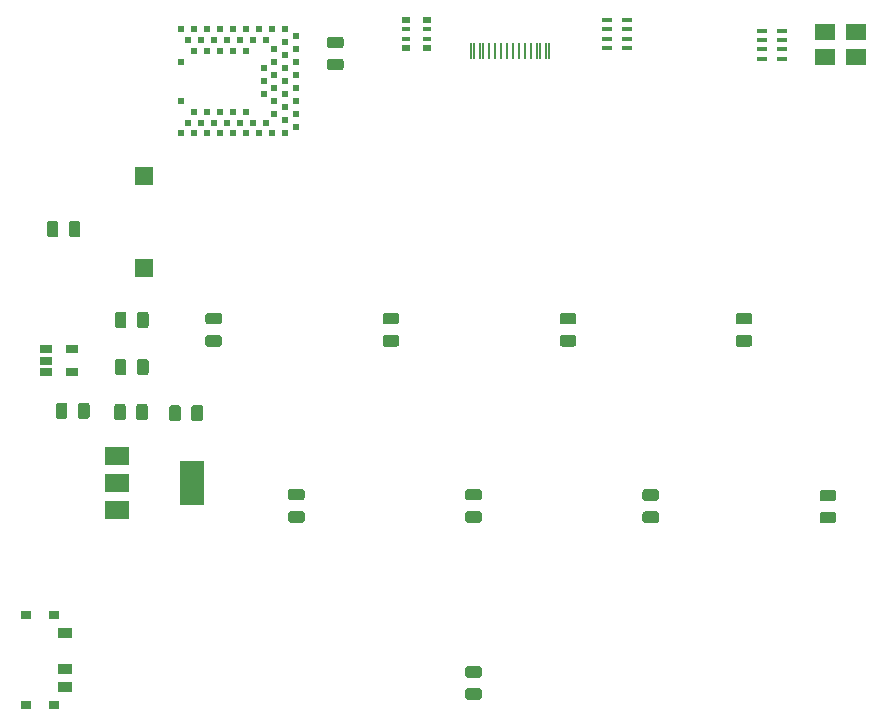
<source format=gbr>
G04 #@! TF.GenerationSoftware,KiCad,Pcbnew,5.1.5*
G04 #@! TF.CreationDate,2020-06-22T22:24:32-05:00*
G04 #@! TF.ProjectId,TwitterKeyboard,54776974-7465-4724-9b65-79626f617264,rev?*
G04 #@! TF.SameCoordinates,Original*
G04 #@! TF.FileFunction,Paste,Top*
G04 #@! TF.FilePolarity,Positive*
%FSLAX46Y46*%
G04 Gerber Fmt 4.6, Leading zero omitted, Abs format (unit mm)*
G04 Created by KiCad (PCBNEW 5.1.5) date 2020-06-22 22:24:32*
%MOMM*%
%LPD*%
G04 APERTURE LIST*
%ADD10C,0.100000*%
%ADD11R,1.800000X1.400000*%
%ADD12R,0.250000X1.400000*%
%ADD13R,1.250000X0.900000*%
%ADD14R,0.900000X0.800000*%
%ADD15R,0.900000X0.400000*%
%ADD16R,0.800000X0.500000*%
%ADD17R,0.800000X0.400000*%
%ADD18R,1.500000X1.500000*%
%ADD19R,0.500000X0.500000*%
%ADD20R,1.060000X0.650000*%
%ADD21R,2.000000X3.800000*%
%ADD22R,2.000000X1.500000*%
G04 APERTURE END LIST*
D10*
G36*
X114480142Y-47013674D02*
G01*
X114503803Y-47017184D01*
X114527007Y-47022996D01*
X114549529Y-47031054D01*
X114571153Y-47041282D01*
X114591670Y-47053579D01*
X114610883Y-47067829D01*
X114628607Y-47083893D01*
X114644671Y-47101617D01*
X114658921Y-47120830D01*
X114671218Y-47141347D01*
X114681446Y-47162971D01*
X114689504Y-47185493D01*
X114695316Y-47208697D01*
X114698826Y-47232358D01*
X114700000Y-47256250D01*
X114700000Y-47743750D01*
X114698826Y-47767642D01*
X114695316Y-47791303D01*
X114689504Y-47814507D01*
X114681446Y-47837029D01*
X114671218Y-47858653D01*
X114658921Y-47879170D01*
X114644671Y-47898383D01*
X114628607Y-47916107D01*
X114610883Y-47932171D01*
X114591670Y-47946421D01*
X114571153Y-47958718D01*
X114549529Y-47968946D01*
X114527007Y-47977004D01*
X114503803Y-47982816D01*
X114480142Y-47986326D01*
X114456250Y-47987500D01*
X113543750Y-47987500D01*
X113519858Y-47986326D01*
X113496197Y-47982816D01*
X113472993Y-47977004D01*
X113450471Y-47968946D01*
X113428847Y-47958718D01*
X113408330Y-47946421D01*
X113389117Y-47932171D01*
X113371393Y-47916107D01*
X113355329Y-47898383D01*
X113341079Y-47879170D01*
X113328782Y-47858653D01*
X113318554Y-47837029D01*
X113310496Y-47814507D01*
X113304684Y-47791303D01*
X113301174Y-47767642D01*
X113300000Y-47743750D01*
X113300000Y-47256250D01*
X113301174Y-47232358D01*
X113304684Y-47208697D01*
X113310496Y-47185493D01*
X113318554Y-47162971D01*
X113328782Y-47141347D01*
X113341079Y-47120830D01*
X113355329Y-47101617D01*
X113371393Y-47083893D01*
X113389117Y-47067829D01*
X113408330Y-47053579D01*
X113428847Y-47041282D01*
X113450471Y-47031054D01*
X113472993Y-47022996D01*
X113496197Y-47017184D01*
X113519858Y-47013674D01*
X113543750Y-47012500D01*
X114456250Y-47012500D01*
X114480142Y-47013674D01*
G37*
G36*
X114480142Y-48888674D02*
G01*
X114503803Y-48892184D01*
X114527007Y-48897996D01*
X114549529Y-48906054D01*
X114571153Y-48916282D01*
X114591670Y-48928579D01*
X114610883Y-48942829D01*
X114628607Y-48958893D01*
X114644671Y-48976617D01*
X114658921Y-48995830D01*
X114671218Y-49016347D01*
X114681446Y-49037971D01*
X114689504Y-49060493D01*
X114695316Y-49083697D01*
X114698826Y-49107358D01*
X114700000Y-49131250D01*
X114700000Y-49618750D01*
X114698826Y-49642642D01*
X114695316Y-49666303D01*
X114689504Y-49689507D01*
X114681446Y-49712029D01*
X114671218Y-49733653D01*
X114658921Y-49754170D01*
X114644671Y-49773383D01*
X114628607Y-49791107D01*
X114610883Y-49807171D01*
X114591670Y-49821421D01*
X114571153Y-49833718D01*
X114549529Y-49843946D01*
X114527007Y-49852004D01*
X114503803Y-49857816D01*
X114480142Y-49861326D01*
X114456250Y-49862500D01*
X113543750Y-49862500D01*
X113519858Y-49861326D01*
X113496197Y-49857816D01*
X113472993Y-49852004D01*
X113450471Y-49843946D01*
X113428847Y-49833718D01*
X113408330Y-49821421D01*
X113389117Y-49807171D01*
X113371393Y-49791107D01*
X113355329Y-49773383D01*
X113341079Y-49754170D01*
X113328782Y-49733653D01*
X113318554Y-49712029D01*
X113310496Y-49689507D01*
X113304684Y-49666303D01*
X113301174Y-49642642D01*
X113300000Y-49618750D01*
X113300000Y-49131250D01*
X113301174Y-49107358D01*
X113304684Y-49083697D01*
X113310496Y-49060493D01*
X113318554Y-49037971D01*
X113328782Y-49016347D01*
X113341079Y-48995830D01*
X113355329Y-48976617D01*
X113371393Y-48958893D01*
X113389117Y-48942829D01*
X113408330Y-48928579D01*
X113428847Y-48916282D01*
X113450471Y-48906054D01*
X113472993Y-48897996D01*
X113496197Y-48892184D01*
X113519858Y-48888674D01*
X113543750Y-48887500D01*
X114456250Y-48887500D01*
X114480142Y-48888674D01*
G37*
G36*
X100692642Y-78201174D02*
G01*
X100716303Y-78204684D01*
X100739507Y-78210496D01*
X100762029Y-78218554D01*
X100783653Y-78228782D01*
X100804170Y-78241079D01*
X100823383Y-78255329D01*
X100841107Y-78271393D01*
X100857171Y-78289117D01*
X100871421Y-78308330D01*
X100883718Y-78328847D01*
X100893946Y-78350471D01*
X100902004Y-78372993D01*
X100907816Y-78396197D01*
X100911326Y-78419858D01*
X100912500Y-78443750D01*
X100912500Y-79356250D01*
X100911326Y-79380142D01*
X100907816Y-79403803D01*
X100902004Y-79427007D01*
X100893946Y-79449529D01*
X100883718Y-79471153D01*
X100871421Y-79491670D01*
X100857171Y-79510883D01*
X100841107Y-79528607D01*
X100823383Y-79544671D01*
X100804170Y-79558921D01*
X100783653Y-79571218D01*
X100762029Y-79581446D01*
X100739507Y-79589504D01*
X100716303Y-79595316D01*
X100692642Y-79598826D01*
X100668750Y-79600000D01*
X100181250Y-79600000D01*
X100157358Y-79598826D01*
X100133697Y-79595316D01*
X100110493Y-79589504D01*
X100087971Y-79581446D01*
X100066347Y-79571218D01*
X100045830Y-79558921D01*
X100026617Y-79544671D01*
X100008893Y-79528607D01*
X99992829Y-79510883D01*
X99978579Y-79491670D01*
X99966282Y-79471153D01*
X99956054Y-79449529D01*
X99947996Y-79427007D01*
X99942184Y-79403803D01*
X99938674Y-79380142D01*
X99937500Y-79356250D01*
X99937500Y-78443750D01*
X99938674Y-78419858D01*
X99942184Y-78396197D01*
X99947996Y-78372993D01*
X99956054Y-78350471D01*
X99966282Y-78328847D01*
X99978579Y-78308330D01*
X99992829Y-78289117D01*
X100008893Y-78271393D01*
X100026617Y-78255329D01*
X100045830Y-78241079D01*
X100066347Y-78228782D01*
X100087971Y-78218554D01*
X100110493Y-78210496D01*
X100133697Y-78204684D01*
X100157358Y-78201174D01*
X100181250Y-78200000D01*
X100668750Y-78200000D01*
X100692642Y-78201174D01*
G37*
G36*
X102567642Y-78201174D02*
G01*
X102591303Y-78204684D01*
X102614507Y-78210496D01*
X102637029Y-78218554D01*
X102658653Y-78228782D01*
X102679170Y-78241079D01*
X102698383Y-78255329D01*
X102716107Y-78271393D01*
X102732171Y-78289117D01*
X102746421Y-78308330D01*
X102758718Y-78328847D01*
X102768946Y-78350471D01*
X102777004Y-78372993D01*
X102782816Y-78396197D01*
X102786326Y-78419858D01*
X102787500Y-78443750D01*
X102787500Y-79356250D01*
X102786326Y-79380142D01*
X102782816Y-79403803D01*
X102777004Y-79427007D01*
X102768946Y-79449529D01*
X102758718Y-79471153D01*
X102746421Y-79491670D01*
X102732171Y-79510883D01*
X102716107Y-79528607D01*
X102698383Y-79544671D01*
X102679170Y-79558921D01*
X102658653Y-79571218D01*
X102637029Y-79581446D01*
X102614507Y-79589504D01*
X102591303Y-79595316D01*
X102567642Y-79598826D01*
X102543750Y-79600000D01*
X102056250Y-79600000D01*
X102032358Y-79598826D01*
X102008697Y-79595316D01*
X101985493Y-79589504D01*
X101962971Y-79581446D01*
X101941347Y-79571218D01*
X101920830Y-79558921D01*
X101901617Y-79544671D01*
X101883893Y-79528607D01*
X101867829Y-79510883D01*
X101853579Y-79491670D01*
X101841282Y-79471153D01*
X101831054Y-79449529D01*
X101822996Y-79427007D01*
X101817184Y-79403803D01*
X101813674Y-79380142D01*
X101812500Y-79356250D01*
X101812500Y-78443750D01*
X101813674Y-78419858D01*
X101817184Y-78396197D01*
X101822996Y-78372993D01*
X101831054Y-78350471D01*
X101841282Y-78328847D01*
X101853579Y-78308330D01*
X101867829Y-78289117D01*
X101883893Y-78271393D01*
X101901617Y-78255329D01*
X101920830Y-78241079D01*
X101941347Y-78228782D01*
X101962971Y-78218554D01*
X101985493Y-78210496D01*
X102008697Y-78204684D01*
X102032358Y-78201174D01*
X102056250Y-78200000D01*
X102543750Y-78200000D01*
X102567642Y-78201174D01*
G37*
G36*
X96030142Y-78101174D02*
G01*
X96053803Y-78104684D01*
X96077007Y-78110496D01*
X96099529Y-78118554D01*
X96121153Y-78128782D01*
X96141670Y-78141079D01*
X96160883Y-78155329D01*
X96178607Y-78171393D01*
X96194671Y-78189117D01*
X96208921Y-78208330D01*
X96221218Y-78228847D01*
X96231446Y-78250471D01*
X96239504Y-78272993D01*
X96245316Y-78296197D01*
X96248826Y-78319858D01*
X96250000Y-78343750D01*
X96250000Y-79256250D01*
X96248826Y-79280142D01*
X96245316Y-79303803D01*
X96239504Y-79327007D01*
X96231446Y-79349529D01*
X96221218Y-79371153D01*
X96208921Y-79391670D01*
X96194671Y-79410883D01*
X96178607Y-79428607D01*
X96160883Y-79444671D01*
X96141670Y-79458921D01*
X96121153Y-79471218D01*
X96099529Y-79481446D01*
X96077007Y-79489504D01*
X96053803Y-79495316D01*
X96030142Y-79498826D01*
X96006250Y-79500000D01*
X95518750Y-79500000D01*
X95494858Y-79498826D01*
X95471197Y-79495316D01*
X95447993Y-79489504D01*
X95425471Y-79481446D01*
X95403847Y-79471218D01*
X95383330Y-79458921D01*
X95364117Y-79444671D01*
X95346393Y-79428607D01*
X95330329Y-79410883D01*
X95316079Y-79391670D01*
X95303782Y-79371153D01*
X95293554Y-79349529D01*
X95285496Y-79327007D01*
X95279684Y-79303803D01*
X95276174Y-79280142D01*
X95275000Y-79256250D01*
X95275000Y-78343750D01*
X95276174Y-78319858D01*
X95279684Y-78296197D01*
X95285496Y-78272993D01*
X95293554Y-78250471D01*
X95303782Y-78228847D01*
X95316079Y-78208330D01*
X95330329Y-78189117D01*
X95346393Y-78171393D01*
X95364117Y-78155329D01*
X95383330Y-78141079D01*
X95403847Y-78128782D01*
X95425471Y-78118554D01*
X95447993Y-78110496D01*
X95471197Y-78104684D01*
X95494858Y-78101174D01*
X95518750Y-78100000D01*
X96006250Y-78100000D01*
X96030142Y-78101174D01*
G37*
G36*
X97905142Y-78101174D02*
G01*
X97928803Y-78104684D01*
X97952007Y-78110496D01*
X97974529Y-78118554D01*
X97996153Y-78128782D01*
X98016670Y-78141079D01*
X98035883Y-78155329D01*
X98053607Y-78171393D01*
X98069671Y-78189117D01*
X98083921Y-78208330D01*
X98096218Y-78228847D01*
X98106446Y-78250471D01*
X98114504Y-78272993D01*
X98120316Y-78296197D01*
X98123826Y-78319858D01*
X98125000Y-78343750D01*
X98125000Y-79256250D01*
X98123826Y-79280142D01*
X98120316Y-79303803D01*
X98114504Y-79327007D01*
X98106446Y-79349529D01*
X98096218Y-79371153D01*
X98083921Y-79391670D01*
X98069671Y-79410883D01*
X98053607Y-79428607D01*
X98035883Y-79444671D01*
X98016670Y-79458921D01*
X97996153Y-79471218D01*
X97974529Y-79481446D01*
X97952007Y-79489504D01*
X97928803Y-79495316D01*
X97905142Y-79498826D01*
X97881250Y-79500000D01*
X97393750Y-79500000D01*
X97369858Y-79498826D01*
X97346197Y-79495316D01*
X97322993Y-79489504D01*
X97300471Y-79481446D01*
X97278847Y-79471218D01*
X97258330Y-79458921D01*
X97239117Y-79444671D01*
X97221393Y-79428607D01*
X97205329Y-79410883D01*
X97191079Y-79391670D01*
X97178782Y-79371153D01*
X97168554Y-79349529D01*
X97160496Y-79327007D01*
X97154684Y-79303803D01*
X97151174Y-79280142D01*
X97150000Y-79256250D01*
X97150000Y-78343750D01*
X97151174Y-78319858D01*
X97154684Y-78296197D01*
X97160496Y-78272993D01*
X97168554Y-78250471D01*
X97178782Y-78228847D01*
X97191079Y-78208330D01*
X97205329Y-78189117D01*
X97221393Y-78171393D01*
X97239117Y-78155329D01*
X97258330Y-78141079D01*
X97278847Y-78128782D01*
X97300471Y-78118554D01*
X97322993Y-78110496D01*
X97346197Y-78104684D01*
X97369858Y-78101174D01*
X97393750Y-78100000D01*
X97881250Y-78100000D01*
X97905142Y-78101174D01*
G37*
G36*
X97967642Y-70301174D02*
G01*
X97991303Y-70304684D01*
X98014507Y-70310496D01*
X98037029Y-70318554D01*
X98058653Y-70328782D01*
X98079170Y-70341079D01*
X98098383Y-70355329D01*
X98116107Y-70371393D01*
X98132171Y-70389117D01*
X98146421Y-70408330D01*
X98158718Y-70428847D01*
X98168946Y-70450471D01*
X98177004Y-70472993D01*
X98182816Y-70496197D01*
X98186326Y-70519858D01*
X98187500Y-70543750D01*
X98187500Y-71456250D01*
X98186326Y-71480142D01*
X98182816Y-71503803D01*
X98177004Y-71527007D01*
X98168946Y-71549529D01*
X98158718Y-71571153D01*
X98146421Y-71591670D01*
X98132171Y-71610883D01*
X98116107Y-71628607D01*
X98098383Y-71644671D01*
X98079170Y-71658921D01*
X98058653Y-71671218D01*
X98037029Y-71681446D01*
X98014507Y-71689504D01*
X97991303Y-71695316D01*
X97967642Y-71698826D01*
X97943750Y-71700000D01*
X97456250Y-71700000D01*
X97432358Y-71698826D01*
X97408697Y-71695316D01*
X97385493Y-71689504D01*
X97362971Y-71681446D01*
X97341347Y-71671218D01*
X97320830Y-71658921D01*
X97301617Y-71644671D01*
X97283893Y-71628607D01*
X97267829Y-71610883D01*
X97253579Y-71591670D01*
X97241282Y-71571153D01*
X97231054Y-71549529D01*
X97222996Y-71527007D01*
X97217184Y-71503803D01*
X97213674Y-71480142D01*
X97212500Y-71456250D01*
X97212500Y-70543750D01*
X97213674Y-70519858D01*
X97217184Y-70496197D01*
X97222996Y-70472993D01*
X97231054Y-70450471D01*
X97241282Y-70428847D01*
X97253579Y-70408330D01*
X97267829Y-70389117D01*
X97283893Y-70371393D01*
X97301617Y-70355329D01*
X97320830Y-70341079D01*
X97341347Y-70328782D01*
X97362971Y-70318554D01*
X97385493Y-70310496D01*
X97408697Y-70304684D01*
X97432358Y-70301174D01*
X97456250Y-70300000D01*
X97943750Y-70300000D01*
X97967642Y-70301174D01*
G37*
G36*
X96092642Y-70301174D02*
G01*
X96116303Y-70304684D01*
X96139507Y-70310496D01*
X96162029Y-70318554D01*
X96183653Y-70328782D01*
X96204170Y-70341079D01*
X96223383Y-70355329D01*
X96241107Y-70371393D01*
X96257171Y-70389117D01*
X96271421Y-70408330D01*
X96283718Y-70428847D01*
X96293946Y-70450471D01*
X96302004Y-70472993D01*
X96307816Y-70496197D01*
X96311326Y-70519858D01*
X96312500Y-70543750D01*
X96312500Y-71456250D01*
X96311326Y-71480142D01*
X96307816Y-71503803D01*
X96302004Y-71527007D01*
X96293946Y-71549529D01*
X96283718Y-71571153D01*
X96271421Y-71591670D01*
X96257171Y-71610883D01*
X96241107Y-71628607D01*
X96223383Y-71644671D01*
X96204170Y-71658921D01*
X96183653Y-71671218D01*
X96162029Y-71681446D01*
X96139507Y-71689504D01*
X96116303Y-71695316D01*
X96092642Y-71698826D01*
X96068750Y-71700000D01*
X95581250Y-71700000D01*
X95557358Y-71698826D01*
X95533697Y-71695316D01*
X95510493Y-71689504D01*
X95487971Y-71681446D01*
X95466347Y-71671218D01*
X95445830Y-71658921D01*
X95426617Y-71644671D01*
X95408893Y-71628607D01*
X95392829Y-71610883D01*
X95378579Y-71591670D01*
X95366282Y-71571153D01*
X95356054Y-71549529D01*
X95347996Y-71527007D01*
X95342184Y-71503803D01*
X95338674Y-71480142D01*
X95337500Y-71456250D01*
X95337500Y-70543750D01*
X95338674Y-70519858D01*
X95342184Y-70496197D01*
X95347996Y-70472993D01*
X95356054Y-70450471D01*
X95366282Y-70428847D01*
X95378579Y-70408330D01*
X95392829Y-70389117D01*
X95408893Y-70371393D01*
X95426617Y-70355329D01*
X95445830Y-70341079D01*
X95466347Y-70328782D01*
X95487971Y-70318554D01*
X95510493Y-70310496D01*
X95533697Y-70304684D01*
X95557358Y-70301174D01*
X95581250Y-70300000D01*
X96068750Y-70300000D01*
X96092642Y-70301174D01*
G37*
D11*
X155500000Y-46650000D03*
X158100000Y-46650000D03*
X155500000Y-48750000D03*
X158100000Y-48750000D03*
D10*
G36*
X104180142Y-72288674D02*
G01*
X104203803Y-72292184D01*
X104227007Y-72297996D01*
X104249529Y-72306054D01*
X104271153Y-72316282D01*
X104291670Y-72328579D01*
X104310883Y-72342829D01*
X104328607Y-72358893D01*
X104344671Y-72376617D01*
X104358921Y-72395830D01*
X104371218Y-72416347D01*
X104381446Y-72437971D01*
X104389504Y-72460493D01*
X104395316Y-72483697D01*
X104398826Y-72507358D01*
X104400000Y-72531250D01*
X104400000Y-73018750D01*
X104398826Y-73042642D01*
X104395316Y-73066303D01*
X104389504Y-73089507D01*
X104381446Y-73112029D01*
X104371218Y-73133653D01*
X104358921Y-73154170D01*
X104344671Y-73173383D01*
X104328607Y-73191107D01*
X104310883Y-73207171D01*
X104291670Y-73221421D01*
X104271153Y-73233718D01*
X104249529Y-73243946D01*
X104227007Y-73252004D01*
X104203803Y-73257816D01*
X104180142Y-73261326D01*
X104156250Y-73262500D01*
X103243750Y-73262500D01*
X103219858Y-73261326D01*
X103196197Y-73257816D01*
X103172993Y-73252004D01*
X103150471Y-73243946D01*
X103128847Y-73233718D01*
X103108330Y-73221421D01*
X103089117Y-73207171D01*
X103071393Y-73191107D01*
X103055329Y-73173383D01*
X103041079Y-73154170D01*
X103028782Y-73133653D01*
X103018554Y-73112029D01*
X103010496Y-73089507D01*
X103004684Y-73066303D01*
X103001174Y-73042642D01*
X103000000Y-73018750D01*
X103000000Y-72531250D01*
X103001174Y-72507358D01*
X103004684Y-72483697D01*
X103010496Y-72460493D01*
X103018554Y-72437971D01*
X103028782Y-72416347D01*
X103041079Y-72395830D01*
X103055329Y-72376617D01*
X103071393Y-72358893D01*
X103089117Y-72342829D01*
X103108330Y-72328579D01*
X103128847Y-72316282D01*
X103150471Y-72306054D01*
X103172993Y-72297996D01*
X103196197Y-72292184D01*
X103219858Y-72288674D01*
X103243750Y-72287500D01*
X104156250Y-72287500D01*
X104180142Y-72288674D01*
G37*
G36*
X104180142Y-70413674D02*
G01*
X104203803Y-70417184D01*
X104227007Y-70422996D01*
X104249529Y-70431054D01*
X104271153Y-70441282D01*
X104291670Y-70453579D01*
X104310883Y-70467829D01*
X104328607Y-70483893D01*
X104344671Y-70501617D01*
X104358921Y-70520830D01*
X104371218Y-70541347D01*
X104381446Y-70562971D01*
X104389504Y-70585493D01*
X104395316Y-70608697D01*
X104398826Y-70632358D01*
X104400000Y-70656250D01*
X104400000Y-71143750D01*
X104398826Y-71167642D01*
X104395316Y-71191303D01*
X104389504Y-71214507D01*
X104381446Y-71237029D01*
X104371218Y-71258653D01*
X104358921Y-71279170D01*
X104344671Y-71298383D01*
X104328607Y-71316107D01*
X104310883Y-71332171D01*
X104291670Y-71346421D01*
X104271153Y-71358718D01*
X104249529Y-71368946D01*
X104227007Y-71377004D01*
X104203803Y-71382816D01*
X104180142Y-71386326D01*
X104156250Y-71387500D01*
X103243750Y-71387500D01*
X103219858Y-71386326D01*
X103196197Y-71382816D01*
X103172993Y-71377004D01*
X103150471Y-71368946D01*
X103128847Y-71358718D01*
X103108330Y-71346421D01*
X103089117Y-71332171D01*
X103071393Y-71316107D01*
X103055329Y-71298383D01*
X103041079Y-71279170D01*
X103028782Y-71258653D01*
X103018554Y-71237029D01*
X103010496Y-71214507D01*
X103004684Y-71191303D01*
X103001174Y-71167642D01*
X103000000Y-71143750D01*
X103000000Y-70656250D01*
X103001174Y-70632358D01*
X103004684Y-70608697D01*
X103010496Y-70585493D01*
X103018554Y-70562971D01*
X103028782Y-70541347D01*
X103041079Y-70520830D01*
X103055329Y-70501617D01*
X103071393Y-70483893D01*
X103089117Y-70467829D01*
X103108330Y-70453579D01*
X103128847Y-70441282D01*
X103150471Y-70431054D01*
X103172993Y-70422996D01*
X103196197Y-70417184D01*
X103219858Y-70413674D01*
X103243750Y-70412500D01*
X104156250Y-70412500D01*
X104180142Y-70413674D01*
G37*
G36*
X119180142Y-70413674D02*
G01*
X119203803Y-70417184D01*
X119227007Y-70422996D01*
X119249529Y-70431054D01*
X119271153Y-70441282D01*
X119291670Y-70453579D01*
X119310883Y-70467829D01*
X119328607Y-70483893D01*
X119344671Y-70501617D01*
X119358921Y-70520830D01*
X119371218Y-70541347D01*
X119381446Y-70562971D01*
X119389504Y-70585493D01*
X119395316Y-70608697D01*
X119398826Y-70632358D01*
X119400000Y-70656250D01*
X119400000Y-71143750D01*
X119398826Y-71167642D01*
X119395316Y-71191303D01*
X119389504Y-71214507D01*
X119381446Y-71237029D01*
X119371218Y-71258653D01*
X119358921Y-71279170D01*
X119344671Y-71298383D01*
X119328607Y-71316107D01*
X119310883Y-71332171D01*
X119291670Y-71346421D01*
X119271153Y-71358718D01*
X119249529Y-71368946D01*
X119227007Y-71377004D01*
X119203803Y-71382816D01*
X119180142Y-71386326D01*
X119156250Y-71387500D01*
X118243750Y-71387500D01*
X118219858Y-71386326D01*
X118196197Y-71382816D01*
X118172993Y-71377004D01*
X118150471Y-71368946D01*
X118128847Y-71358718D01*
X118108330Y-71346421D01*
X118089117Y-71332171D01*
X118071393Y-71316107D01*
X118055329Y-71298383D01*
X118041079Y-71279170D01*
X118028782Y-71258653D01*
X118018554Y-71237029D01*
X118010496Y-71214507D01*
X118004684Y-71191303D01*
X118001174Y-71167642D01*
X118000000Y-71143750D01*
X118000000Y-70656250D01*
X118001174Y-70632358D01*
X118004684Y-70608697D01*
X118010496Y-70585493D01*
X118018554Y-70562971D01*
X118028782Y-70541347D01*
X118041079Y-70520830D01*
X118055329Y-70501617D01*
X118071393Y-70483893D01*
X118089117Y-70467829D01*
X118108330Y-70453579D01*
X118128847Y-70441282D01*
X118150471Y-70431054D01*
X118172993Y-70422996D01*
X118196197Y-70417184D01*
X118219858Y-70413674D01*
X118243750Y-70412500D01*
X119156250Y-70412500D01*
X119180142Y-70413674D01*
G37*
G36*
X119180142Y-72288674D02*
G01*
X119203803Y-72292184D01*
X119227007Y-72297996D01*
X119249529Y-72306054D01*
X119271153Y-72316282D01*
X119291670Y-72328579D01*
X119310883Y-72342829D01*
X119328607Y-72358893D01*
X119344671Y-72376617D01*
X119358921Y-72395830D01*
X119371218Y-72416347D01*
X119381446Y-72437971D01*
X119389504Y-72460493D01*
X119395316Y-72483697D01*
X119398826Y-72507358D01*
X119400000Y-72531250D01*
X119400000Y-73018750D01*
X119398826Y-73042642D01*
X119395316Y-73066303D01*
X119389504Y-73089507D01*
X119381446Y-73112029D01*
X119371218Y-73133653D01*
X119358921Y-73154170D01*
X119344671Y-73173383D01*
X119328607Y-73191107D01*
X119310883Y-73207171D01*
X119291670Y-73221421D01*
X119271153Y-73233718D01*
X119249529Y-73243946D01*
X119227007Y-73252004D01*
X119203803Y-73257816D01*
X119180142Y-73261326D01*
X119156250Y-73262500D01*
X118243750Y-73262500D01*
X118219858Y-73261326D01*
X118196197Y-73257816D01*
X118172993Y-73252004D01*
X118150471Y-73243946D01*
X118128847Y-73233718D01*
X118108330Y-73221421D01*
X118089117Y-73207171D01*
X118071393Y-73191107D01*
X118055329Y-73173383D01*
X118041079Y-73154170D01*
X118028782Y-73133653D01*
X118018554Y-73112029D01*
X118010496Y-73089507D01*
X118004684Y-73066303D01*
X118001174Y-73042642D01*
X118000000Y-73018750D01*
X118000000Y-72531250D01*
X118001174Y-72507358D01*
X118004684Y-72483697D01*
X118010496Y-72460493D01*
X118018554Y-72437971D01*
X118028782Y-72416347D01*
X118041079Y-72395830D01*
X118055329Y-72376617D01*
X118071393Y-72358893D01*
X118089117Y-72342829D01*
X118108330Y-72328579D01*
X118128847Y-72316282D01*
X118150471Y-72306054D01*
X118172993Y-72297996D01*
X118196197Y-72292184D01*
X118219858Y-72288674D01*
X118243750Y-72287500D01*
X119156250Y-72287500D01*
X119180142Y-72288674D01*
G37*
G36*
X134180142Y-72288674D02*
G01*
X134203803Y-72292184D01*
X134227007Y-72297996D01*
X134249529Y-72306054D01*
X134271153Y-72316282D01*
X134291670Y-72328579D01*
X134310883Y-72342829D01*
X134328607Y-72358893D01*
X134344671Y-72376617D01*
X134358921Y-72395830D01*
X134371218Y-72416347D01*
X134381446Y-72437971D01*
X134389504Y-72460493D01*
X134395316Y-72483697D01*
X134398826Y-72507358D01*
X134400000Y-72531250D01*
X134400000Y-73018750D01*
X134398826Y-73042642D01*
X134395316Y-73066303D01*
X134389504Y-73089507D01*
X134381446Y-73112029D01*
X134371218Y-73133653D01*
X134358921Y-73154170D01*
X134344671Y-73173383D01*
X134328607Y-73191107D01*
X134310883Y-73207171D01*
X134291670Y-73221421D01*
X134271153Y-73233718D01*
X134249529Y-73243946D01*
X134227007Y-73252004D01*
X134203803Y-73257816D01*
X134180142Y-73261326D01*
X134156250Y-73262500D01*
X133243750Y-73262500D01*
X133219858Y-73261326D01*
X133196197Y-73257816D01*
X133172993Y-73252004D01*
X133150471Y-73243946D01*
X133128847Y-73233718D01*
X133108330Y-73221421D01*
X133089117Y-73207171D01*
X133071393Y-73191107D01*
X133055329Y-73173383D01*
X133041079Y-73154170D01*
X133028782Y-73133653D01*
X133018554Y-73112029D01*
X133010496Y-73089507D01*
X133004684Y-73066303D01*
X133001174Y-73042642D01*
X133000000Y-73018750D01*
X133000000Y-72531250D01*
X133001174Y-72507358D01*
X133004684Y-72483697D01*
X133010496Y-72460493D01*
X133018554Y-72437971D01*
X133028782Y-72416347D01*
X133041079Y-72395830D01*
X133055329Y-72376617D01*
X133071393Y-72358893D01*
X133089117Y-72342829D01*
X133108330Y-72328579D01*
X133128847Y-72316282D01*
X133150471Y-72306054D01*
X133172993Y-72297996D01*
X133196197Y-72292184D01*
X133219858Y-72288674D01*
X133243750Y-72287500D01*
X134156250Y-72287500D01*
X134180142Y-72288674D01*
G37*
G36*
X134180142Y-70413674D02*
G01*
X134203803Y-70417184D01*
X134227007Y-70422996D01*
X134249529Y-70431054D01*
X134271153Y-70441282D01*
X134291670Y-70453579D01*
X134310883Y-70467829D01*
X134328607Y-70483893D01*
X134344671Y-70501617D01*
X134358921Y-70520830D01*
X134371218Y-70541347D01*
X134381446Y-70562971D01*
X134389504Y-70585493D01*
X134395316Y-70608697D01*
X134398826Y-70632358D01*
X134400000Y-70656250D01*
X134400000Y-71143750D01*
X134398826Y-71167642D01*
X134395316Y-71191303D01*
X134389504Y-71214507D01*
X134381446Y-71237029D01*
X134371218Y-71258653D01*
X134358921Y-71279170D01*
X134344671Y-71298383D01*
X134328607Y-71316107D01*
X134310883Y-71332171D01*
X134291670Y-71346421D01*
X134271153Y-71358718D01*
X134249529Y-71368946D01*
X134227007Y-71377004D01*
X134203803Y-71382816D01*
X134180142Y-71386326D01*
X134156250Y-71387500D01*
X133243750Y-71387500D01*
X133219858Y-71386326D01*
X133196197Y-71382816D01*
X133172993Y-71377004D01*
X133150471Y-71368946D01*
X133128847Y-71358718D01*
X133108330Y-71346421D01*
X133089117Y-71332171D01*
X133071393Y-71316107D01*
X133055329Y-71298383D01*
X133041079Y-71279170D01*
X133028782Y-71258653D01*
X133018554Y-71237029D01*
X133010496Y-71214507D01*
X133004684Y-71191303D01*
X133001174Y-71167642D01*
X133000000Y-71143750D01*
X133000000Y-70656250D01*
X133001174Y-70632358D01*
X133004684Y-70608697D01*
X133010496Y-70585493D01*
X133018554Y-70562971D01*
X133028782Y-70541347D01*
X133041079Y-70520830D01*
X133055329Y-70501617D01*
X133071393Y-70483893D01*
X133089117Y-70467829D01*
X133108330Y-70453579D01*
X133128847Y-70441282D01*
X133150471Y-70431054D01*
X133172993Y-70422996D01*
X133196197Y-70417184D01*
X133219858Y-70413674D01*
X133243750Y-70412500D01*
X134156250Y-70412500D01*
X134180142Y-70413674D01*
G37*
G36*
X149080142Y-70413674D02*
G01*
X149103803Y-70417184D01*
X149127007Y-70422996D01*
X149149529Y-70431054D01*
X149171153Y-70441282D01*
X149191670Y-70453579D01*
X149210883Y-70467829D01*
X149228607Y-70483893D01*
X149244671Y-70501617D01*
X149258921Y-70520830D01*
X149271218Y-70541347D01*
X149281446Y-70562971D01*
X149289504Y-70585493D01*
X149295316Y-70608697D01*
X149298826Y-70632358D01*
X149300000Y-70656250D01*
X149300000Y-71143750D01*
X149298826Y-71167642D01*
X149295316Y-71191303D01*
X149289504Y-71214507D01*
X149281446Y-71237029D01*
X149271218Y-71258653D01*
X149258921Y-71279170D01*
X149244671Y-71298383D01*
X149228607Y-71316107D01*
X149210883Y-71332171D01*
X149191670Y-71346421D01*
X149171153Y-71358718D01*
X149149529Y-71368946D01*
X149127007Y-71377004D01*
X149103803Y-71382816D01*
X149080142Y-71386326D01*
X149056250Y-71387500D01*
X148143750Y-71387500D01*
X148119858Y-71386326D01*
X148096197Y-71382816D01*
X148072993Y-71377004D01*
X148050471Y-71368946D01*
X148028847Y-71358718D01*
X148008330Y-71346421D01*
X147989117Y-71332171D01*
X147971393Y-71316107D01*
X147955329Y-71298383D01*
X147941079Y-71279170D01*
X147928782Y-71258653D01*
X147918554Y-71237029D01*
X147910496Y-71214507D01*
X147904684Y-71191303D01*
X147901174Y-71167642D01*
X147900000Y-71143750D01*
X147900000Y-70656250D01*
X147901174Y-70632358D01*
X147904684Y-70608697D01*
X147910496Y-70585493D01*
X147918554Y-70562971D01*
X147928782Y-70541347D01*
X147941079Y-70520830D01*
X147955329Y-70501617D01*
X147971393Y-70483893D01*
X147989117Y-70467829D01*
X148008330Y-70453579D01*
X148028847Y-70441282D01*
X148050471Y-70431054D01*
X148072993Y-70422996D01*
X148096197Y-70417184D01*
X148119858Y-70413674D01*
X148143750Y-70412500D01*
X149056250Y-70412500D01*
X149080142Y-70413674D01*
G37*
G36*
X149080142Y-72288674D02*
G01*
X149103803Y-72292184D01*
X149127007Y-72297996D01*
X149149529Y-72306054D01*
X149171153Y-72316282D01*
X149191670Y-72328579D01*
X149210883Y-72342829D01*
X149228607Y-72358893D01*
X149244671Y-72376617D01*
X149258921Y-72395830D01*
X149271218Y-72416347D01*
X149281446Y-72437971D01*
X149289504Y-72460493D01*
X149295316Y-72483697D01*
X149298826Y-72507358D01*
X149300000Y-72531250D01*
X149300000Y-73018750D01*
X149298826Y-73042642D01*
X149295316Y-73066303D01*
X149289504Y-73089507D01*
X149281446Y-73112029D01*
X149271218Y-73133653D01*
X149258921Y-73154170D01*
X149244671Y-73173383D01*
X149228607Y-73191107D01*
X149210883Y-73207171D01*
X149191670Y-73221421D01*
X149171153Y-73233718D01*
X149149529Y-73243946D01*
X149127007Y-73252004D01*
X149103803Y-73257816D01*
X149080142Y-73261326D01*
X149056250Y-73262500D01*
X148143750Y-73262500D01*
X148119858Y-73261326D01*
X148096197Y-73257816D01*
X148072993Y-73252004D01*
X148050471Y-73243946D01*
X148028847Y-73233718D01*
X148008330Y-73221421D01*
X147989117Y-73207171D01*
X147971393Y-73191107D01*
X147955329Y-73173383D01*
X147941079Y-73154170D01*
X147928782Y-73133653D01*
X147918554Y-73112029D01*
X147910496Y-73089507D01*
X147904684Y-73066303D01*
X147901174Y-73042642D01*
X147900000Y-73018750D01*
X147900000Y-72531250D01*
X147901174Y-72507358D01*
X147904684Y-72483697D01*
X147910496Y-72460493D01*
X147918554Y-72437971D01*
X147928782Y-72416347D01*
X147941079Y-72395830D01*
X147955329Y-72376617D01*
X147971393Y-72358893D01*
X147989117Y-72342829D01*
X148008330Y-72328579D01*
X148028847Y-72316282D01*
X148050471Y-72306054D01*
X148072993Y-72297996D01*
X148096197Y-72292184D01*
X148119858Y-72288674D01*
X148143750Y-72287500D01*
X149056250Y-72287500D01*
X149080142Y-72288674D01*
G37*
G36*
X111180142Y-87188674D02*
G01*
X111203803Y-87192184D01*
X111227007Y-87197996D01*
X111249529Y-87206054D01*
X111271153Y-87216282D01*
X111291670Y-87228579D01*
X111310883Y-87242829D01*
X111328607Y-87258893D01*
X111344671Y-87276617D01*
X111358921Y-87295830D01*
X111371218Y-87316347D01*
X111381446Y-87337971D01*
X111389504Y-87360493D01*
X111395316Y-87383697D01*
X111398826Y-87407358D01*
X111400000Y-87431250D01*
X111400000Y-87918750D01*
X111398826Y-87942642D01*
X111395316Y-87966303D01*
X111389504Y-87989507D01*
X111381446Y-88012029D01*
X111371218Y-88033653D01*
X111358921Y-88054170D01*
X111344671Y-88073383D01*
X111328607Y-88091107D01*
X111310883Y-88107171D01*
X111291670Y-88121421D01*
X111271153Y-88133718D01*
X111249529Y-88143946D01*
X111227007Y-88152004D01*
X111203803Y-88157816D01*
X111180142Y-88161326D01*
X111156250Y-88162500D01*
X110243750Y-88162500D01*
X110219858Y-88161326D01*
X110196197Y-88157816D01*
X110172993Y-88152004D01*
X110150471Y-88143946D01*
X110128847Y-88133718D01*
X110108330Y-88121421D01*
X110089117Y-88107171D01*
X110071393Y-88091107D01*
X110055329Y-88073383D01*
X110041079Y-88054170D01*
X110028782Y-88033653D01*
X110018554Y-88012029D01*
X110010496Y-87989507D01*
X110004684Y-87966303D01*
X110001174Y-87942642D01*
X110000000Y-87918750D01*
X110000000Y-87431250D01*
X110001174Y-87407358D01*
X110004684Y-87383697D01*
X110010496Y-87360493D01*
X110018554Y-87337971D01*
X110028782Y-87316347D01*
X110041079Y-87295830D01*
X110055329Y-87276617D01*
X110071393Y-87258893D01*
X110089117Y-87242829D01*
X110108330Y-87228579D01*
X110128847Y-87216282D01*
X110150471Y-87206054D01*
X110172993Y-87197996D01*
X110196197Y-87192184D01*
X110219858Y-87188674D01*
X110243750Y-87187500D01*
X111156250Y-87187500D01*
X111180142Y-87188674D01*
G37*
G36*
X111180142Y-85313674D02*
G01*
X111203803Y-85317184D01*
X111227007Y-85322996D01*
X111249529Y-85331054D01*
X111271153Y-85341282D01*
X111291670Y-85353579D01*
X111310883Y-85367829D01*
X111328607Y-85383893D01*
X111344671Y-85401617D01*
X111358921Y-85420830D01*
X111371218Y-85441347D01*
X111381446Y-85462971D01*
X111389504Y-85485493D01*
X111395316Y-85508697D01*
X111398826Y-85532358D01*
X111400000Y-85556250D01*
X111400000Y-86043750D01*
X111398826Y-86067642D01*
X111395316Y-86091303D01*
X111389504Y-86114507D01*
X111381446Y-86137029D01*
X111371218Y-86158653D01*
X111358921Y-86179170D01*
X111344671Y-86198383D01*
X111328607Y-86216107D01*
X111310883Y-86232171D01*
X111291670Y-86246421D01*
X111271153Y-86258718D01*
X111249529Y-86268946D01*
X111227007Y-86277004D01*
X111203803Y-86282816D01*
X111180142Y-86286326D01*
X111156250Y-86287500D01*
X110243750Y-86287500D01*
X110219858Y-86286326D01*
X110196197Y-86282816D01*
X110172993Y-86277004D01*
X110150471Y-86268946D01*
X110128847Y-86258718D01*
X110108330Y-86246421D01*
X110089117Y-86232171D01*
X110071393Y-86216107D01*
X110055329Y-86198383D01*
X110041079Y-86179170D01*
X110028782Y-86158653D01*
X110018554Y-86137029D01*
X110010496Y-86114507D01*
X110004684Y-86091303D01*
X110001174Y-86067642D01*
X110000000Y-86043750D01*
X110000000Y-85556250D01*
X110001174Y-85532358D01*
X110004684Y-85508697D01*
X110010496Y-85485493D01*
X110018554Y-85462971D01*
X110028782Y-85441347D01*
X110041079Y-85420830D01*
X110055329Y-85401617D01*
X110071393Y-85383893D01*
X110089117Y-85367829D01*
X110108330Y-85353579D01*
X110128847Y-85341282D01*
X110150471Y-85331054D01*
X110172993Y-85322996D01*
X110196197Y-85317184D01*
X110219858Y-85313674D01*
X110243750Y-85312500D01*
X111156250Y-85312500D01*
X111180142Y-85313674D01*
G37*
G36*
X126180142Y-87188674D02*
G01*
X126203803Y-87192184D01*
X126227007Y-87197996D01*
X126249529Y-87206054D01*
X126271153Y-87216282D01*
X126291670Y-87228579D01*
X126310883Y-87242829D01*
X126328607Y-87258893D01*
X126344671Y-87276617D01*
X126358921Y-87295830D01*
X126371218Y-87316347D01*
X126381446Y-87337971D01*
X126389504Y-87360493D01*
X126395316Y-87383697D01*
X126398826Y-87407358D01*
X126400000Y-87431250D01*
X126400000Y-87918750D01*
X126398826Y-87942642D01*
X126395316Y-87966303D01*
X126389504Y-87989507D01*
X126381446Y-88012029D01*
X126371218Y-88033653D01*
X126358921Y-88054170D01*
X126344671Y-88073383D01*
X126328607Y-88091107D01*
X126310883Y-88107171D01*
X126291670Y-88121421D01*
X126271153Y-88133718D01*
X126249529Y-88143946D01*
X126227007Y-88152004D01*
X126203803Y-88157816D01*
X126180142Y-88161326D01*
X126156250Y-88162500D01*
X125243750Y-88162500D01*
X125219858Y-88161326D01*
X125196197Y-88157816D01*
X125172993Y-88152004D01*
X125150471Y-88143946D01*
X125128847Y-88133718D01*
X125108330Y-88121421D01*
X125089117Y-88107171D01*
X125071393Y-88091107D01*
X125055329Y-88073383D01*
X125041079Y-88054170D01*
X125028782Y-88033653D01*
X125018554Y-88012029D01*
X125010496Y-87989507D01*
X125004684Y-87966303D01*
X125001174Y-87942642D01*
X125000000Y-87918750D01*
X125000000Y-87431250D01*
X125001174Y-87407358D01*
X125004684Y-87383697D01*
X125010496Y-87360493D01*
X125018554Y-87337971D01*
X125028782Y-87316347D01*
X125041079Y-87295830D01*
X125055329Y-87276617D01*
X125071393Y-87258893D01*
X125089117Y-87242829D01*
X125108330Y-87228579D01*
X125128847Y-87216282D01*
X125150471Y-87206054D01*
X125172993Y-87197996D01*
X125196197Y-87192184D01*
X125219858Y-87188674D01*
X125243750Y-87187500D01*
X126156250Y-87187500D01*
X126180142Y-87188674D01*
G37*
G36*
X126180142Y-85313674D02*
G01*
X126203803Y-85317184D01*
X126227007Y-85322996D01*
X126249529Y-85331054D01*
X126271153Y-85341282D01*
X126291670Y-85353579D01*
X126310883Y-85367829D01*
X126328607Y-85383893D01*
X126344671Y-85401617D01*
X126358921Y-85420830D01*
X126371218Y-85441347D01*
X126381446Y-85462971D01*
X126389504Y-85485493D01*
X126395316Y-85508697D01*
X126398826Y-85532358D01*
X126400000Y-85556250D01*
X126400000Y-86043750D01*
X126398826Y-86067642D01*
X126395316Y-86091303D01*
X126389504Y-86114507D01*
X126381446Y-86137029D01*
X126371218Y-86158653D01*
X126358921Y-86179170D01*
X126344671Y-86198383D01*
X126328607Y-86216107D01*
X126310883Y-86232171D01*
X126291670Y-86246421D01*
X126271153Y-86258718D01*
X126249529Y-86268946D01*
X126227007Y-86277004D01*
X126203803Y-86282816D01*
X126180142Y-86286326D01*
X126156250Y-86287500D01*
X125243750Y-86287500D01*
X125219858Y-86286326D01*
X125196197Y-86282816D01*
X125172993Y-86277004D01*
X125150471Y-86268946D01*
X125128847Y-86258718D01*
X125108330Y-86246421D01*
X125089117Y-86232171D01*
X125071393Y-86216107D01*
X125055329Y-86198383D01*
X125041079Y-86179170D01*
X125028782Y-86158653D01*
X125018554Y-86137029D01*
X125010496Y-86114507D01*
X125004684Y-86091303D01*
X125001174Y-86067642D01*
X125000000Y-86043750D01*
X125000000Y-85556250D01*
X125001174Y-85532358D01*
X125004684Y-85508697D01*
X125010496Y-85485493D01*
X125018554Y-85462971D01*
X125028782Y-85441347D01*
X125041079Y-85420830D01*
X125055329Y-85401617D01*
X125071393Y-85383893D01*
X125089117Y-85367829D01*
X125108330Y-85353579D01*
X125128847Y-85341282D01*
X125150471Y-85331054D01*
X125172993Y-85322996D01*
X125196197Y-85317184D01*
X125219858Y-85313674D01*
X125243750Y-85312500D01*
X126156250Y-85312500D01*
X126180142Y-85313674D01*
G37*
G36*
X141180142Y-87213674D02*
G01*
X141203803Y-87217184D01*
X141227007Y-87222996D01*
X141249529Y-87231054D01*
X141271153Y-87241282D01*
X141291670Y-87253579D01*
X141310883Y-87267829D01*
X141328607Y-87283893D01*
X141344671Y-87301617D01*
X141358921Y-87320830D01*
X141371218Y-87341347D01*
X141381446Y-87362971D01*
X141389504Y-87385493D01*
X141395316Y-87408697D01*
X141398826Y-87432358D01*
X141400000Y-87456250D01*
X141400000Y-87943750D01*
X141398826Y-87967642D01*
X141395316Y-87991303D01*
X141389504Y-88014507D01*
X141381446Y-88037029D01*
X141371218Y-88058653D01*
X141358921Y-88079170D01*
X141344671Y-88098383D01*
X141328607Y-88116107D01*
X141310883Y-88132171D01*
X141291670Y-88146421D01*
X141271153Y-88158718D01*
X141249529Y-88168946D01*
X141227007Y-88177004D01*
X141203803Y-88182816D01*
X141180142Y-88186326D01*
X141156250Y-88187500D01*
X140243750Y-88187500D01*
X140219858Y-88186326D01*
X140196197Y-88182816D01*
X140172993Y-88177004D01*
X140150471Y-88168946D01*
X140128847Y-88158718D01*
X140108330Y-88146421D01*
X140089117Y-88132171D01*
X140071393Y-88116107D01*
X140055329Y-88098383D01*
X140041079Y-88079170D01*
X140028782Y-88058653D01*
X140018554Y-88037029D01*
X140010496Y-88014507D01*
X140004684Y-87991303D01*
X140001174Y-87967642D01*
X140000000Y-87943750D01*
X140000000Y-87456250D01*
X140001174Y-87432358D01*
X140004684Y-87408697D01*
X140010496Y-87385493D01*
X140018554Y-87362971D01*
X140028782Y-87341347D01*
X140041079Y-87320830D01*
X140055329Y-87301617D01*
X140071393Y-87283893D01*
X140089117Y-87267829D01*
X140108330Y-87253579D01*
X140128847Y-87241282D01*
X140150471Y-87231054D01*
X140172993Y-87222996D01*
X140196197Y-87217184D01*
X140219858Y-87213674D01*
X140243750Y-87212500D01*
X141156250Y-87212500D01*
X141180142Y-87213674D01*
G37*
G36*
X141180142Y-85338674D02*
G01*
X141203803Y-85342184D01*
X141227007Y-85347996D01*
X141249529Y-85356054D01*
X141271153Y-85366282D01*
X141291670Y-85378579D01*
X141310883Y-85392829D01*
X141328607Y-85408893D01*
X141344671Y-85426617D01*
X141358921Y-85445830D01*
X141371218Y-85466347D01*
X141381446Y-85487971D01*
X141389504Y-85510493D01*
X141395316Y-85533697D01*
X141398826Y-85557358D01*
X141400000Y-85581250D01*
X141400000Y-86068750D01*
X141398826Y-86092642D01*
X141395316Y-86116303D01*
X141389504Y-86139507D01*
X141381446Y-86162029D01*
X141371218Y-86183653D01*
X141358921Y-86204170D01*
X141344671Y-86223383D01*
X141328607Y-86241107D01*
X141310883Y-86257171D01*
X141291670Y-86271421D01*
X141271153Y-86283718D01*
X141249529Y-86293946D01*
X141227007Y-86302004D01*
X141203803Y-86307816D01*
X141180142Y-86311326D01*
X141156250Y-86312500D01*
X140243750Y-86312500D01*
X140219858Y-86311326D01*
X140196197Y-86307816D01*
X140172993Y-86302004D01*
X140150471Y-86293946D01*
X140128847Y-86283718D01*
X140108330Y-86271421D01*
X140089117Y-86257171D01*
X140071393Y-86241107D01*
X140055329Y-86223383D01*
X140041079Y-86204170D01*
X140028782Y-86183653D01*
X140018554Y-86162029D01*
X140010496Y-86139507D01*
X140004684Y-86116303D01*
X140001174Y-86092642D01*
X140000000Y-86068750D01*
X140000000Y-85581250D01*
X140001174Y-85557358D01*
X140004684Y-85533697D01*
X140010496Y-85510493D01*
X140018554Y-85487971D01*
X140028782Y-85466347D01*
X140041079Y-85445830D01*
X140055329Y-85426617D01*
X140071393Y-85408893D01*
X140089117Y-85392829D01*
X140108330Y-85378579D01*
X140128847Y-85366282D01*
X140150471Y-85356054D01*
X140172993Y-85347996D01*
X140196197Y-85342184D01*
X140219858Y-85338674D01*
X140243750Y-85337500D01*
X141156250Y-85337500D01*
X141180142Y-85338674D01*
G37*
G36*
X156180142Y-85376174D02*
G01*
X156203803Y-85379684D01*
X156227007Y-85385496D01*
X156249529Y-85393554D01*
X156271153Y-85403782D01*
X156291670Y-85416079D01*
X156310883Y-85430329D01*
X156328607Y-85446393D01*
X156344671Y-85464117D01*
X156358921Y-85483330D01*
X156371218Y-85503847D01*
X156381446Y-85525471D01*
X156389504Y-85547993D01*
X156395316Y-85571197D01*
X156398826Y-85594858D01*
X156400000Y-85618750D01*
X156400000Y-86106250D01*
X156398826Y-86130142D01*
X156395316Y-86153803D01*
X156389504Y-86177007D01*
X156381446Y-86199529D01*
X156371218Y-86221153D01*
X156358921Y-86241670D01*
X156344671Y-86260883D01*
X156328607Y-86278607D01*
X156310883Y-86294671D01*
X156291670Y-86308921D01*
X156271153Y-86321218D01*
X156249529Y-86331446D01*
X156227007Y-86339504D01*
X156203803Y-86345316D01*
X156180142Y-86348826D01*
X156156250Y-86350000D01*
X155243750Y-86350000D01*
X155219858Y-86348826D01*
X155196197Y-86345316D01*
X155172993Y-86339504D01*
X155150471Y-86331446D01*
X155128847Y-86321218D01*
X155108330Y-86308921D01*
X155089117Y-86294671D01*
X155071393Y-86278607D01*
X155055329Y-86260883D01*
X155041079Y-86241670D01*
X155028782Y-86221153D01*
X155018554Y-86199529D01*
X155010496Y-86177007D01*
X155004684Y-86153803D01*
X155001174Y-86130142D01*
X155000000Y-86106250D01*
X155000000Y-85618750D01*
X155001174Y-85594858D01*
X155004684Y-85571197D01*
X155010496Y-85547993D01*
X155018554Y-85525471D01*
X155028782Y-85503847D01*
X155041079Y-85483330D01*
X155055329Y-85464117D01*
X155071393Y-85446393D01*
X155089117Y-85430329D01*
X155108330Y-85416079D01*
X155128847Y-85403782D01*
X155150471Y-85393554D01*
X155172993Y-85385496D01*
X155196197Y-85379684D01*
X155219858Y-85376174D01*
X155243750Y-85375000D01*
X156156250Y-85375000D01*
X156180142Y-85376174D01*
G37*
G36*
X156180142Y-87251174D02*
G01*
X156203803Y-87254684D01*
X156227007Y-87260496D01*
X156249529Y-87268554D01*
X156271153Y-87278782D01*
X156291670Y-87291079D01*
X156310883Y-87305329D01*
X156328607Y-87321393D01*
X156344671Y-87339117D01*
X156358921Y-87358330D01*
X156371218Y-87378847D01*
X156381446Y-87400471D01*
X156389504Y-87422993D01*
X156395316Y-87446197D01*
X156398826Y-87469858D01*
X156400000Y-87493750D01*
X156400000Y-87981250D01*
X156398826Y-88005142D01*
X156395316Y-88028803D01*
X156389504Y-88052007D01*
X156381446Y-88074529D01*
X156371218Y-88096153D01*
X156358921Y-88116670D01*
X156344671Y-88135883D01*
X156328607Y-88153607D01*
X156310883Y-88169671D01*
X156291670Y-88183921D01*
X156271153Y-88196218D01*
X156249529Y-88206446D01*
X156227007Y-88214504D01*
X156203803Y-88220316D01*
X156180142Y-88223826D01*
X156156250Y-88225000D01*
X155243750Y-88225000D01*
X155219858Y-88223826D01*
X155196197Y-88220316D01*
X155172993Y-88214504D01*
X155150471Y-88206446D01*
X155128847Y-88196218D01*
X155108330Y-88183921D01*
X155089117Y-88169671D01*
X155071393Y-88153607D01*
X155055329Y-88135883D01*
X155041079Y-88116670D01*
X155028782Y-88096153D01*
X155018554Y-88074529D01*
X155010496Y-88052007D01*
X155004684Y-88028803D01*
X155001174Y-88005142D01*
X155000000Y-87981250D01*
X155000000Y-87493750D01*
X155001174Y-87469858D01*
X155004684Y-87446197D01*
X155010496Y-87422993D01*
X155018554Y-87400471D01*
X155028782Y-87378847D01*
X155041079Y-87358330D01*
X155055329Y-87339117D01*
X155071393Y-87321393D01*
X155089117Y-87305329D01*
X155108330Y-87291079D01*
X155128847Y-87278782D01*
X155150471Y-87268554D01*
X155172993Y-87260496D01*
X155196197Y-87254684D01*
X155219858Y-87251174D01*
X155243750Y-87250000D01*
X156156250Y-87250000D01*
X156180142Y-87251174D01*
G37*
G36*
X126180142Y-100313674D02*
G01*
X126203803Y-100317184D01*
X126227007Y-100322996D01*
X126249529Y-100331054D01*
X126271153Y-100341282D01*
X126291670Y-100353579D01*
X126310883Y-100367829D01*
X126328607Y-100383893D01*
X126344671Y-100401617D01*
X126358921Y-100420830D01*
X126371218Y-100441347D01*
X126381446Y-100462971D01*
X126389504Y-100485493D01*
X126395316Y-100508697D01*
X126398826Y-100532358D01*
X126400000Y-100556250D01*
X126400000Y-101043750D01*
X126398826Y-101067642D01*
X126395316Y-101091303D01*
X126389504Y-101114507D01*
X126381446Y-101137029D01*
X126371218Y-101158653D01*
X126358921Y-101179170D01*
X126344671Y-101198383D01*
X126328607Y-101216107D01*
X126310883Y-101232171D01*
X126291670Y-101246421D01*
X126271153Y-101258718D01*
X126249529Y-101268946D01*
X126227007Y-101277004D01*
X126203803Y-101282816D01*
X126180142Y-101286326D01*
X126156250Y-101287500D01*
X125243750Y-101287500D01*
X125219858Y-101286326D01*
X125196197Y-101282816D01*
X125172993Y-101277004D01*
X125150471Y-101268946D01*
X125128847Y-101258718D01*
X125108330Y-101246421D01*
X125089117Y-101232171D01*
X125071393Y-101216107D01*
X125055329Y-101198383D01*
X125041079Y-101179170D01*
X125028782Y-101158653D01*
X125018554Y-101137029D01*
X125010496Y-101114507D01*
X125004684Y-101091303D01*
X125001174Y-101067642D01*
X125000000Y-101043750D01*
X125000000Y-100556250D01*
X125001174Y-100532358D01*
X125004684Y-100508697D01*
X125010496Y-100485493D01*
X125018554Y-100462971D01*
X125028782Y-100441347D01*
X125041079Y-100420830D01*
X125055329Y-100401617D01*
X125071393Y-100383893D01*
X125089117Y-100367829D01*
X125108330Y-100353579D01*
X125128847Y-100341282D01*
X125150471Y-100331054D01*
X125172993Y-100322996D01*
X125196197Y-100317184D01*
X125219858Y-100313674D01*
X125243750Y-100312500D01*
X126156250Y-100312500D01*
X126180142Y-100313674D01*
G37*
G36*
X126180142Y-102188674D02*
G01*
X126203803Y-102192184D01*
X126227007Y-102197996D01*
X126249529Y-102206054D01*
X126271153Y-102216282D01*
X126291670Y-102228579D01*
X126310883Y-102242829D01*
X126328607Y-102258893D01*
X126344671Y-102276617D01*
X126358921Y-102295830D01*
X126371218Y-102316347D01*
X126381446Y-102337971D01*
X126389504Y-102360493D01*
X126395316Y-102383697D01*
X126398826Y-102407358D01*
X126400000Y-102431250D01*
X126400000Y-102918750D01*
X126398826Y-102942642D01*
X126395316Y-102966303D01*
X126389504Y-102989507D01*
X126381446Y-103012029D01*
X126371218Y-103033653D01*
X126358921Y-103054170D01*
X126344671Y-103073383D01*
X126328607Y-103091107D01*
X126310883Y-103107171D01*
X126291670Y-103121421D01*
X126271153Y-103133718D01*
X126249529Y-103143946D01*
X126227007Y-103152004D01*
X126203803Y-103157816D01*
X126180142Y-103161326D01*
X126156250Y-103162500D01*
X125243750Y-103162500D01*
X125219858Y-103161326D01*
X125196197Y-103157816D01*
X125172993Y-103152004D01*
X125150471Y-103143946D01*
X125128847Y-103133718D01*
X125108330Y-103121421D01*
X125089117Y-103107171D01*
X125071393Y-103091107D01*
X125055329Y-103073383D01*
X125041079Y-103054170D01*
X125028782Y-103033653D01*
X125018554Y-103012029D01*
X125010496Y-102989507D01*
X125004684Y-102966303D01*
X125001174Y-102942642D01*
X125000000Y-102918750D01*
X125000000Y-102431250D01*
X125001174Y-102407358D01*
X125004684Y-102383697D01*
X125010496Y-102360493D01*
X125018554Y-102337971D01*
X125028782Y-102316347D01*
X125041079Y-102295830D01*
X125055329Y-102276617D01*
X125071393Y-102258893D01*
X125089117Y-102242829D01*
X125108330Y-102228579D01*
X125128847Y-102216282D01*
X125150471Y-102206054D01*
X125172993Y-102197996D01*
X125196197Y-102192184D01*
X125219858Y-102188674D01*
X125243750Y-102187500D01*
X126156250Y-102187500D01*
X126180142Y-102188674D01*
G37*
G36*
X90330142Y-62601174D02*
G01*
X90353803Y-62604684D01*
X90377007Y-62610496D01*
X90399529Y-62618554D01*
X90421153Y-62628782D01*
X90441670Y-62641079D01*
X90460883Y-62655329D01*
X90478607Y-62671393D01*
X90494671Y-62689117D01*
X90508921Y-62708330D01*
X90521218Y-62728847D01*
X90531446Y-62750471D01*
X90539504Y-62772993D01*
X90545316Y-62796197D01*
X90548826Y-62819858D01*
X90550000Y-62843750D01*
X90550000Y-63756250D01*
X90548826Y-63780142D01*
X90545316Y-63803803D01*
X90539504Y-63827007D01*
X90531446Y-63849529D01*
X90521218Y-63871153D01*
X90508921Y-63891670D01*
X90494671Y-63910883D01*
X90478607Y-63928607D01*
X90460883Y-63944671D01*
X90441670Y-63958921D01*
X90421153Y-63971218D01*
X90399529Y-63981446D01*
X90377007Y-63989504D01*
X90353803Y-63995316D01*
X90330142Y-63998826D01*
X90306250Y-64000000D01*
X89818750Y-64000000D01*
X89794858Y-63998826D01*
X89771197Y-63995316D01*
X89747993Y-63989504D01*
X89725471Y-63981446D01*
X89703847Y-63971218D01*
X89683330Y-63958921D01*
X89664117Y-63944671D01*
X89646393Y-63928607D01*
X89630329Y-63910883D01*
X89616079Y-63891670D01*
X89603782Y-63871153D01*
X89593554Y-63849529D01*
X89585496Y-63827007D01*
X89579684Y-63803803D01*
X89576174Y-63780142D01*
X89575000Y-63756250D01*
X89575000Y-62843750D01*
X89576174Y-62819858D01*
X89579684Y-62796197D01*
X89585496Y-62772993D01*
X89593554Y-62750471D01*
X89603782Y-62728847D01*
X89616079Y-62708330D01*
X89630329Y-62689117D01*
X89646393Y-62671393D01*
X89664117Y-62655329D01*
X89683330Y-62641079D01*
X89703847Y-62628782D01*
X89725471Y-62618554D01*
X89747993Y-62610496D01*
X89771197Y-62604684D01*
X89794858Y-62601174D01*
X89818750Y-62600000D01*
X90306250Y-62600000D01*
X90330142Y-62601174D01*
G37*
G36*
X92205142Y-62601174D02*
G01*
X92228803Y-62604684D01*
X92252007Y-62610496D01*
X92274529Y-62618554D01*
X92296153Y-62628782D01*
X92316670Y-62641079D01*
X92335883Y-62655329D01*
X92353607Y-62671393D01*
X92369671Y-62689117D01*
X92383921Y-62708330D01*
X92396218Y-62728847D01*
X92406446Y-62750471D01*
X92414504Y-62772993D01*
X92420316Y-62796197D01*
X92423826Y-62819858D01*
X92425000Y-62843750D01*
X92425000Y-63756250D01*
X92423826Y-63780142D01*
X92420316Y-63803803D01*
X92414504Y-63827007D01*
X92406446Y-63849529D01*
X92396218Y-63871153D01*
X92383921Y-63891670D01*
X92369671Y-63910883D01*
X92353607Y-63928607D01*
X92335883Y-63944671D01*
X92316670Y-63958921D01*
X92296153Y-63971218D01*
X92274529Y-63981446D01*
X92252007Y-63989504D01*
X92228803Y-63995316D01*
X92205142Y-63998826D01*
X92181250Y-64000000D01*
X91693750Y-64000000D01*
X91669858Y-63998826D01*
X91646197Y-63995316D01*
X91622993Y-63989504D01*
X91600471Y-63981446D01*
X91578847Y-63971218D01*
X91558330Y-63958921D01*
X91539117Y-63944671D01*
X91521393Y-63928607D01*
X91505329Y-63910883D01*
X91491079Y-63891670D01*
X91478782Y-63871153D01*
X91468554Y-63849529D01*
X91460496Y-63827007D01*
X91454684Y-63803803D01*
X91451174Y-63780142D01*
X91450000Y-63756250D01*
X91450000Y-62843750D01*
X91451174Y-62819858D01*
X91454684Y-62796197D01*
X91460496Y-62772993D01*
X91468554Y-62750471D01*
X91478782Y-62728847D01*
X91491079Y-62708330D01*
X91505329Y-62689117D01*
X91521393Y-62671393D01*
X91539117Y-62655329D01*
X91558330Y-62641079D01*
X91578847Y-62628782D01*
X91600471Y-62618554D01*
X91622993Y-62610496D01*
X91646197Y-62604684D01*
X91669858Y-62601174D01*
X91693750Y-62600000D01*
X92181250Y-62600000D01*
X92205142Y-62601174D01*
G37*
D12*
X128550000Y-48200000D03*
X129050000Y-48200000D03*
X129550000Y-48200000D03*
X128050000Y-48200000D03*
X127550000Y-48200000D03*
X130050000Y-48200000D03*
X127050000Y-48200000D03*
X130550000Y-48200000D03*
X132125000Y-48200000D03*
X131875000Y-48200000D03*
X131325000Y-48200000D03*
X131075000Y-48200000D03*
X126525000Y-48200000D03*
X126275000Y-48200000D03*
X125725000Y-48200000D03*
X125475000Y-48200000D03*
D13*
X91125000Y-97550000D03*
X91125000Y-100550000D03*
X91125000Y-102050000D03*
D14*
X90150000Y-103600000D03*
X90150000Y-95990000D03*
X87850000Y-96000000D03*
X87850000Y-103600000D03*
D10*
G36*
X91092642Y-78001174D02*
G01*
X91116303Y-78004684D01*
X91139507Y-78010496D01*
X91162029Y-78018554D01*
X91183653Y-78028782D01*
X91204170Y-78041079D01*
X91223383Y-78055329D01*
X91241107Y-78071393D01*
X91257171Y-78089117D01*
X91271421Y-78108330D01*
X91283718Y-78128847D01*
X91293946Y-78150471D01*
X91302004Y-78172993D01*
X91307816Y-78196197D01*
X91311326Y-78219858D01*
X91312500Y-78243750D01*
X91312500Y-79156250D01*
X91311326Y-79180142D01*
X91307816Y-79203803D01*
X91302004Y-79227007D01*
X91293946Y-79249529D01*
X91283718Y-79271153D01*
X91271421Y-79291670D01*
X91257171Y-79310883D01*
X91241107Y-79328607D01*
X91223383Y-79344671D01*
X91204170Y-79358921D01*
X91183653Y-79371218D01*
X91162029Y-79381446D01*
X91139507Y-79389504D01*
X91116303Y-79395316D01*
X91092642Y-79398826D01*
X91068750Y-79400000D01*
X90581250Y-79400000D01*
X90557358Y-79398826D01*
X90533697Y-79395316D01*
X90510493Y-79389504D01*
X90487971Y-79381446D01*
X90466347Y-79371218D01*
X90445830Y-79358921D01*
X90426617Y-79344671D01*
X90408893Y-79328607D01*
X90392829Y-79310883D01*
X90378579Y-79291670D01*
X90366282Y-79271153D01*
X90356054Y-79249529D01*
X90347996Y-79227007D01*
X90342184Y-79203803D01*
X90338674Y-79180142D01*
X90337500Y-79156250D01*
X90337500Y-78243750D01*
X90338674Y-78219858D01*
X90342184Y-78196197D01*
X90347996Y-78172993D01*
X90356054Y-78150471D01*
X90366282Y-78128847D01*
X90378579Y-78108330D01*
X90392829Y-78089117D01*
X90408893Y-78071393D01*
X90426617Y-78055329D01*
X90445830Y-78041079D01*
X90466347Y-78028782D01*
X90487971Y-78018554D01*
X90510493Y-78010496D01*
X90533697Y-78004684D01*
X90557358Y-78001174D01*
X90581250Y-78000000D01*
X91068750Y-78000000D01*
X91092642Y-78001174D01*
G37*
G36*
X92967642Y-78001174D02*
G01*
X92991303Y-78004684D01*
X93014507Y-78010496D01*
X93037029Y-78018554D01*
X93058653Y-78028782D01*
X93079170Y-78041079D01*
X93098383Y-78055329D01*
X93116107Y-78071393D01*
X93132171Y-78089117D01*
X93146421Y-78108330D01*
X93158718Y-78128847D01*
X93168946Y-78150471D01*
X93177004Y-78172993D01*
X93182816Y-78196197D01*
X93186326Y-78219858D01*
X93187500Y-78243750D01*
X93187500Y-79156250D01*
X93186326Y-79180142D01*
X93182816Y-79203803D01*
X93177004Y-79227007D01*
X93168946Y-79249529D01*
X93158718Y-79271153D01*
X93146421Y-79291670D01*
X93132171Y-79310883D01*
X93116107Y-79328607D01*
X93098383Y-79344671D01*
X93079170Y-79358921D01*
X93058653Y-79371218D01*
X93037029Y-79381446D01*
X93014507Y-79389504D01*
X92991303Y-79395316D01*
X92967642Y-79398826D01*
X92943750Y-79400000D01*
X92456250Y-79400000D01*
X92432358Y-79398826D01*
X92408697Y-79395316D01*
X92385493Y-79389504D01*
X92362971Y-79381446D01*
X92341347Y-79371218D01*
X92320830Y-79358921D01*
X92301617Y-79344671D01*
X92283893Y-79328607D01*
X92267829Y-79310883D01*
X92253579Y-79291670D01*
X92241282Y-79271153D01*
X92231054Y-79249529D01*
X92222996Y-79227007D01*
X92217184Y-79203803D01*
X92213674Y-79180142D01*
X92212500Y-79156250D01*
X92212500Y-78243750D01*
X92213674Y-78219858D01*
X92217184Y-78196197D01*
X92222996Y-78172993D01*
X92231054Y-78150471D01*
X92241282Y-78128847D01*
X92253579Y-78108330D01*
X92267829Y-78089117D01*
X92283893Y-78071393D01*
X92301617Y-78055329D01*
X92320830Y-78041079D01*
X92341347Y-78028782D01*
X92362971Y-78018554D01*
X92385493Y-78010496D01*
X92408697Y-78004684D01*
X92432358Y-78001174D01*
X92456250Y-78000000D01*
X92943750Y-78000000D01*
X92967642Y-78001174D01*
G37*
G36*
X97967642Y-74301174D02*
G01*
X97991303Y-74304684D01*
X98014507Y-74310496D01*
X98037029Y-74318554D01*
X98058653Y-74328782D01*
X98079170Y-74341079D01*
X98098383Y-74355329D01*
X98116107Y-74371393D01*
X98132171Y-74389117D01*
X98146421Y-74408330D01*
X98158718Y-74428847D01*
X98168946Y-74450471D01*
X98177004Y-74472993D01*
X98182816Y-74496197D01*
X98186326Y-74519858D01*
X98187500Y-74543750D01*
X98187500Y-75456250D01*
X98186326Y-75480142D01*
X98182816Y-75503803D01*
X98177004Y-75527007D01*
X98168946Y-75549529D01*
X98158718Y-75571153D01*
X98146421Y-75591670D01*
X98132171Y-75610883D01*
X98116107Y-75628607D01*
X98098383Y-75644671D01*
X98079170Y-75658921D01*
X98058653Y-75671218D01*
X98037029Y-75681446D01*
X98014507Y-75689504D01*
X97991303Y-75695316D01*
X97967642Y-75698826D01*
X97943750Y-75700000D01*
X97456250Y-75700000D01*
X97432358Y-75698826D01*
X97408697Y-75695316D01*
X97385493Y-75689504D01*
X97362971Y-75681446D01*
X97341347Y-75671218D01*
X97320830Y-75658921D01*
X97301617Y-75644671D01*
X97283893Y-75628607D01*
X97267829Y-75610883D01*
X97253579Y-75591670D01*
X97241282Y-75571153D01*
X97231054Y-75549529D01*
X97222996Y-75527007D01*
X97217184Y-75503803D01*
X97213674Y-75480142D01*
X97212500Y-75456250D01*
X97212500Y-74543750D01*
X97213674Y-74519858D01*
X97217184Y-74496197D01*
X97222996Y-74472993D01*
X97231054Y-74450471D01*
X97241282Y-74428847D01*
X97253579Y-74408330D01*
X97267829Y-74389117D01*
X97283893Y-74371393D01*
X97301617Y-74355329D01*
X97320830Y-74341079D01*
X97341347Y-74328782D01*
X97362971Y-74318554D01*
X97385493Y-74310496D01*
X97408697Y-74304684D01*
X97432358Y-74301174D01*
X97456250Y-74300000D01*
X97943750Y-74300000D01*
X97967642Y-74301174D01*
G37*
G36*
X96092642Y-74301174D02*
G01*
X96116303Y-74304684D01*
X96139507Y-74310496D01*
X96162029Y-74318554D01*
X96183653Y-74328782D01*
X96204170Y-74341079D01*
X96223383Y-74355329D01*
X96241107Y-74371393D01*
X96257171Y-74389117D01*
X96271421Y-74408330D01*
X96283718Y-74428847D01*
X96293946Y-74450471D01*
X96302004Y-74472993D01*
X96307816Y-74496197D01*
X96311326Y-74519858D01*
X96312500Y-74543750D01*
X96312500Y-75456250D01*
X96311326Y-75480142D01*
X96307816Y-75503803D01*
X96302004Y-75527007D01*
X96293946Y-75549529D01*
X96283718Y-75571153D01*
X96271421Y-75591670D01*
X96257171Y-75610883D01*
X96241107Y-75628607D01*
X96223383Y-75644671D01*
X96204170Y-75658921D01*
X96183653Y-75671218D01*
X96162029Y-75681446D01*
X96139507Y-75689504D01*
X96116303Y-75695316D01*
X96092642Y-75698826D01*
X96068750Y-75700000D01*
X95581250Y-75700000D01*
X95557358Y-75698826D01*
X95533697Y-75695316D01*
X95510493Y-75689504D01*
X95487971Y-75681446D01*
X95466347Y-75671218D01*
X95445830Y-75658921D01*
X95426617Y-75644671D01*
X95408893Y-75628607D01*
X95392829Y-75610883D01*
X95378579Y-75591670D01*
X95366282Y-75571153D01*
X95356054Y-75549529D01*
X95347996Y-75527007D01*
X95342184Y-75503803D01*
X95338674Y-75480142D01*
X95337500Y-75456250D01*
X95337500Y-74543750D01*
X95338674Y-74519858D01*
X95342184Y-74496197D01*
X95347996Y-74472993D01*
X95356054Y-74450471D01*
X95366282Y-74428847D01*
X95378579Y-74408330D01*
X95392829Y-74389117D01*
X95408893Y-74371393D01*
X95426617Y-74355329D01*
X95445830Y-74341079D01*
X95466347Y-74328782D01*
X95487971Y-74318554D01*
X95510493Y-74310496D01*
X95533697Y-74304684D01*
X95557358Y-74301174D01*
X95581250Y-74300000D01*
X96068750Y-74300000D01*
X96092642Y-74301174D01*
G37*
D15*
X138700000Y-48000000D03*
X138700000Y-47200000D03*
X138700000Y-46400000D03*
X138700000Y-45600000D03*
X137000000Y-48000000D03*
X137000000Y-45600000D03*
X137000000Y-47200000D03*
X137000000Y-46400000D03*
X151850000Y-48100000D03*
X151850000Y-47300000D03*
X151850000Y-48900000D03*
X151850000Y-46500000D03*
X150150000Y-48900000D03*
X150150000Y-48100000D03*
X150150000Y-47300000D03*
X150150000Y-46500000D03*
D16*
X121800000Y-48000000D03*
D17*
X121800000Y-46400000D03*
X121800000Y-47200000D03*
D16*
X121800000Y-45600000D03*
D17*
X120000000Y-47200000D03*
D16*
X120000000Y-48000000D03*
D17*
X120000000Y-46400000D03*
D16*
X120000000Y-45600000D03*
D18*
X97800000Y-66600000D03*
X97800000Y-58800000D03*
D19*
X100950000Y-55200000D03*
X101500000Y-54300000D03*
X102050000Y-55200000D03*
X102600000Y-54300000D03*
X103150000Y-55200000D03*
X103700000Y-54300000D03*
X104250000Y-55200000D03*
X104800000Y-54300000D03*
X105350000Y-55200000D03*
X105900000Y-54300000D03*
X106450000Y-55200000D03*
X107000000Y-54300000D03*
X107550000Y-55200000D03*
X108100000Y-54300000D03*
X108650000Y-55200000D03*
X109750000Y-55200000D03*
X109750000Y-54100000D03*
X108850000Y-53550000D03*
X109750000Y-53000000D03*
X108850000Y-52450000D03*
X109750000Y-51900000D03*
X108850000Y-51350000D03*
X109750000Y-50800000D03*
X108850000Y-50250000D03*
X109750000Y-49700000D03*
X108850000Y-49150000D03*
X109750000Y-48600000D03*
X108850000Y-48050000D03*
X109750000Y-47500000D03*
X109750000Y-46400000D03*
X108650000Y-46400000D03*
X108100000Y-47300000D03*
X107550000Y-46400000D03*
X107000000Y-47300000D03*
X106450000Y-46400000D03*
X105900000Y-47300000D03*
X105350000Y-46400000D03*
X104800000Y-47300000D03*
X104250000Y-46400000D03*
X103700000Y-47300000D03*
X103150000Y-46400000D03*
X102600000Y-47300000D03*
X102050000Y-46400000D03*
X101500000Y-47300000D03*
X100950000Y-46400000D03*
X100950000Y-49150000D03*
X100950000Y-52450000D03*
X102050000Y-53400000D03*
X103150000Y-53400000D03*
X104250000Y-53400000D03*
X105350000Y-53400000D03*
X106450000Y-53400000D03*
X107950000Y-51900000D03*
X107950000Y-50800000D03*
X107950000Y-49700000D03*
X106450000Y-48200000D03*
X105350000Y-48200000D03*
X104250000Y-48200000D03*
X103150000Y-48200000D03*
X102050000Y-48200000D03*
X110650000Y-54650000D03*
X110650000Y-53550000D03*
X110650000Y-52450000D03*
X110650000Y-51350000D03*
X110650000Y-50250000D03*
X110650000Y-49150000D03*
X110650000Y-48050000D03*
X110650000Y-46950000D03*
D20*
X89500000Y-73500000D03*
X89500000Y-74450000D03*
X89500000Y-75400000D03*
X91700000Y-75400000D03*
X91700000Y-73500000D03*
D21*
X101850000Y-84800000D03*
D22*
X95550000Y-84800000D03*
X95550000Y-87100000D03*
X95550000Y-82500000D03*
M02*

</source>
